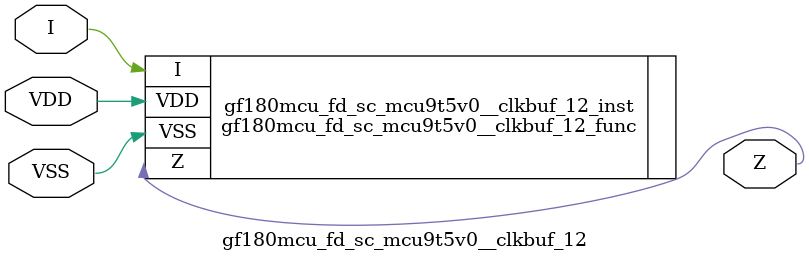
<source format=v>

module gf180mcu_fd_sc_mcu9t5v0__clkbuf_12( I, Z, VDD, VSS );
input I;
inout VDD, VSS;
output Z;

   `ifdef FUNCTIONAL  //  functional //

	gf180mcu_fd_sc_mcu9t5v0__clkbuf_12_func gf180mcu_fd_sc_mcu9t5v0__clkbuf_12_behav_inst(.I(I),.Z(Z),.VDD(VDD),.VSS(VSS));

   `else

	gf180mcu_fd_sc_mcu9t5v0__clkbuf_12_func gf180mcu_fd_sc_mcu9t5v0__clkbuf_12_inst(.I(I),.Z(Z),.VDD(VDD),.VSS(VSS));

	// spec_gates_begin


	// spec_gates_end



   specify

	// specify_block_begin

	// comb arc I --> Z
	 (I => Z) = (1.0,1.0);

	// specify_block_end

   endspecify

   `endif

endmodule

</source>
